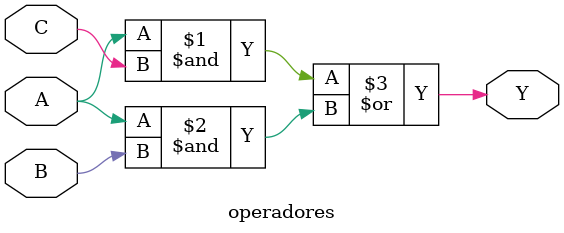
<source format=v>
module gateLevel(input wire A,B,C, output wire Y);

	wire w1, w2;
	and (w1, A, C);
	and (w2, A, B);
	or (Y, w1, w2);

endmodule

module operadores(input wire A,B,C, output wire Y);

	assign Y= (A&C) | (A&B);
	
endmodule



</source>
